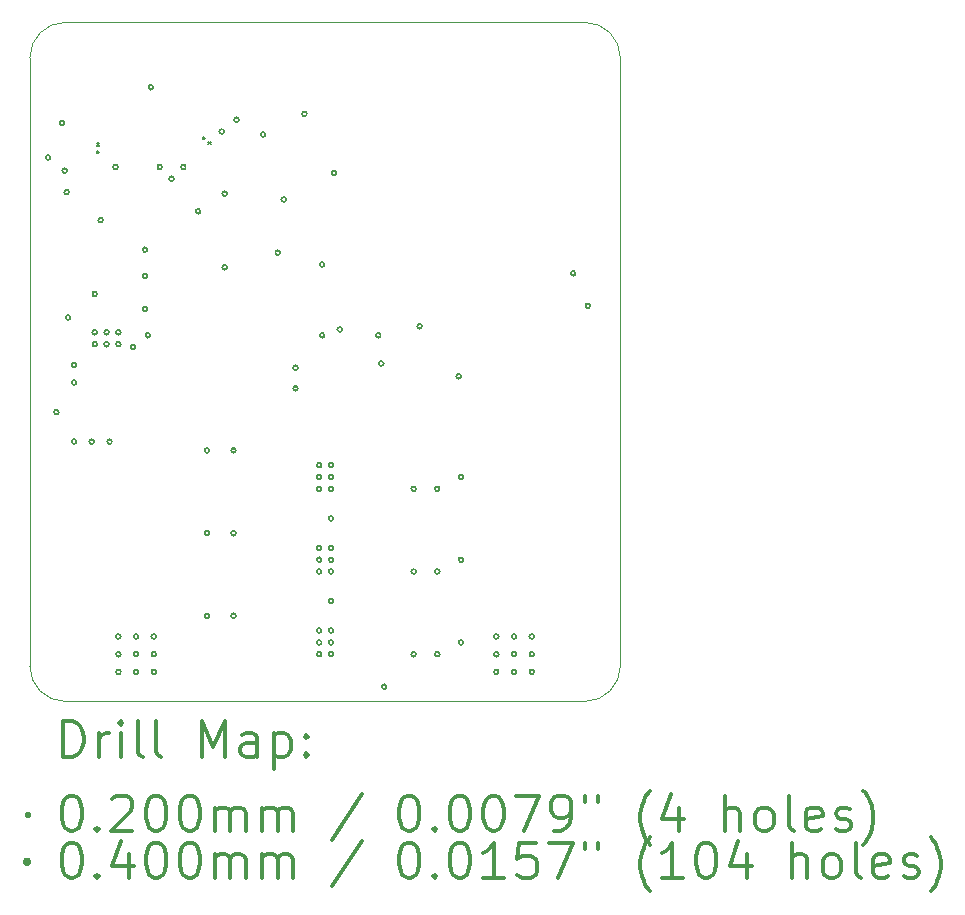
<source format=gbr>
%FSLAX45Y45*%
G04 Gerber Fmt 4.5, Leading zero omitted, Abs format (unit mm)*
G04 Created by KiCad (PCBNEW (5.1.10)-1) date 2021-12-14 19:18:38*
%MOMM*%
%LPD*%
G01*
G04 APERTURE LIST*
%TA.AperFunction,Profile*%
%ADD10C,0.050000*%
%TD*%
%ADD11C,0.200000*%
%ADD12C,0.300000*%
G04 APERTURE END LIST*
D10*
X12750000Y-6700000D02*
X17150000Y-6700000D01*
X12450000Y-12150000D02*
X12450000Y-7000000D01*
X17150000Y-12450000D02*
X12750000Y-12450000D01*
X17450000Y-7000000D02*
X17450000Y-12150000D01*
X12750000Y-12450000D02*
G75*
G02*
X12450000Y-12150000I0J300000D01*
G01*
X17450000Y-12150000D02*
G75*
G02*
X17150000Y-12450000I-300000J0D01*
G01*
X17150000Y-6700000D02*
G75*
G02*
X17450000Y-7000000I0J-300000D01*
G01*
X12450000Y-7000000D02*
G75*
G02*
X12750000Y-6700000I300000J0D01*
G01*
D11*
X13015000Y-7725000D02*
X13035000Y-7745000D01*
X13035000Y-7725000D02*
X13015000Y-7745000D01*
X13015000Y-7790000D02*
X13035000Y-7810000D01*
X13035000Y-7790000D02*
X13015000Y-7810000D01*
X13917019Y-7667019D02*
X13937019Y-7687019D01*
X13937019Y-7667019D02*
X13917019Y-7687019D01*
X13962981Y-7712981D02*
X13982981Y-7732981D01*
X13982981Y-7712981D02*
X13962981Y-7732981D01*
X12625000Y-7845000D02*
G75*
G03*
X12625000Y-7845000I-20000J0D01*
G01*
X12695000Y-10000000D02*
G75*
G03*
X12695000Y-10000000I-20000J0D01*
G01*
X12743750Y-7551250D02*
G75*
G03*
X12743750Y-7551250I-20000J0D01*
G01*
X12765000Y-7955000D02*
G75*
G03*
X12765000Y-7955000I-20000J0D01*
G01*
X12782500Y-8137500D02*
G75*
G03*
X12782500Y-8137500I-20000J0D01*
G01*
X12795000Y-9200000D02*
G75*
G03*
X12795000Y-9200000I-20000J0D01*
G01*
X12845000Y-9600000D02*
G75*
G03*
X12845000Y-9600000I-20000J0D01*
G01*
X12845000Y-9750000D02*
G75*
G03*
X12845000Y-9750000I-20000J0D01*
G01*
X12845000Y-10250000D02*
G75*
G03*
X12845000Y-10250000I-20000J0D01*
G01*
X12995000Y-10250000D02*
G75*
G03*
X12995000Y-10250000I-20000J0D01*
G01*
X13020000Y-9000000D02*
G75*
G03*
X13020000Y-9000000I-20000J0D01*
G01*
X13020000Y-9325000D02*
G75*
G03*
X13020000Y-9325000I-20000J0D01*
G01*
X13020000Y-9425000D02*
G75*
G03*
X13020000Y-9425000I-20000J0D01*
G01*
X13070000Y-8375000D02*
G75*
G03*
X13070000Y-8375000I-20000J0D01*
G01*
X13120000Y-9325000D02*
G75*
G03*
X13120000Y-9325000I-20000J0D01*
G01*
X13120000Y-9425000D02*
G75*
G03*
X13120000Y-9425000I-20000J0D01*
G01*
X13145000Y-10250000D02*
G75*
G03*
X13145000Y-10250000I-20000J0D01*
G01*
X13195000Y-7925000D02*
G75*
G03*
X13195000Y-7925000I-20000J0D01*
G01*
X13220000Y-9325000D02*
G75*
G03*
X13220000Y-9325000I-20000J0D01*
G01*
X13220000Y-9425000D02*
G75*
G03*
X13220000Y-9425000I-20000J0D01*
G01*
X13220000Y-11900000D02*
G75*
G03*
X13220000Y-11900000I-20000J0D01*
G01*
X13220000Y-12050000D02*
G75*
G03*
X13220000Y-12050000I-20000J0D01*
G01*
X13220000Y-12200000D02*
G75*
G03*
X13220000Y-12200000I-20000J0D01*
G01*
X13345100Y-9450000D02*
G75*
G03*
X13345100Y-9450000I-20000J0D01*
G01*
X13370000Y-11900000D02*
G75*
G03*
X13370000Y-11900000I-20000J0D01*
G01*
X13370000Y-12050000D02*
G75*
G03*
X13370000Y-12050000I-20000J0D01*
G01*
X13370000Y-12200000D02*
G75*
G03*
X13370000Y-12200000I-20000J0D01*
G01*
X13445000Y-8625000D02*
G75*
G03*
X13445000Y-8625000I-20000J0D01*
G01*
X13445000Y-8850000D02*
G75*
G03*
X13445000Y-8850000I-20000J0D01*
G01*
X13445000Y-9125000D02*
G75*
G03*
X13445000Y-9125000I-20000J0D01*
G01*
X13470000Y-9350000D02*
G75*
G03*
X13470000Y-9350000I-20000J0D01*
G01*
X13495000Y-7250000D02*
G75*
G03*
X13495000Y-7250000I-20000J0D01*
G01*
X13520000Y-11900000D02*
G75*
G03*
X13520000Y-11900000I-20000J0D01*
G01*
X13520000Y-12050000D02*
G75*
G03*
X13520000Y-12050000I-20000J0D01*
G01*
X13520000Y-12200000D02*
G75*
G03*
X13520000Y-12200000I-20000J0D01*
G01*
X13570000Y-7925000D02*
G75*
G03*
X13570000Y-7925000I-20000J0D01*
G01*
X13670000Y-8025000D02*
G75*
G03*
X13670000Y-8025000I-20000J0D01*
G01*
X13770000Y-7925000D02*
G75*
G03*
X13770000Y-7925000I-20000J0D01*
G01*
X13895000Y-8300000D02*
G75*
G03*
X13895000Y-8300000I-20000J0D01*
G01*
X13970000Y-10325000D02*
G75*
G03*
X13970000Y-10325000I-20000J0D01*
G01*
X13970000Y-11025000D02*
G75*
G03*
X13970000Y-11025000I-20000J0D01*
G01*
X13970000Y-11725000D02*
G75*
G03*
X13970000Y-11725000I-20000J0D01*
G01*
X14095000Y-7625000D02*
G75*
G03*
X14095000Y-7625000I-20000J0D01*
G01*
X14120000Y-8150000D02*
G75*
G03*
X14120000Y-8150000I-20000J0D01*
G01*
X14120000Y-8775000D02*
G75*
G03*
X14120000Y-8775000I-20000J0D01*
G01*
X14195000Y-10325000D02*
G75*
G03*
X14195000Y-10325000I-20000J0D01*
G01*
X14195000Y-11025000D02*
G75*
G03*
X14195000Y-11025000I-20000J0D01*
G01*
X14195000Y-11725000D02*
G75*
G03*
X14195000Y-11725000I-20000J0D01*
G01*
X14220000Y-7525000D02*
G75*
G03*
X14220000Y-7525000I-20000J0D01*
G01*
X14445000Y-7650000D02*
G75*
G03*
X14445000Y-7650000I-20000J0D01*
G01*
X14570000Y-8650000D02*
G75*
G03*
X14570000Y-8650000I-20000J0D01*
G01*
X14620000Y-8200000D02*
G75*
G03*
X14620000Y-8200000I-20000J0D01*
G01*
X14720000Y-9625000D02*
G75*
G03*
X14720000Y-9625000I-20000J0D01*
G01*
X14720000Y-9800000D02*
G75*
G03*
X14720000Y-9800000I-20000J0D01*
G01*
X14795000Y-7475000D02*
G75*
G03*
X14795000Y-7475000I-20000J0D01*
G01*
X14920000Y-10450000D02*
G75*
G03*
X14920000Y-10450000I-20000J0D01*
G01*
X14920000Y-10550000D02*
G75*
G03*
X14920000Y-10550000I-20000J0D01*
G01*
X14920000Y-10650000D02*
G75*
G03*
X14920000Y-10650000I-20000J0D01*
G01*
X14920000Y-11150000D02*
G75*
G03*
X14920000Y-11150000I-20000J0D01*
G01*
X14920000Y-11250000D02*
G75*
G03*
X14920000Y-11250000I-20000J0D01*
G01*
X14920000Y-11350000D02*
G75*
G03*
X14920000Y-11350000I-20000J0D01*
G01*
X14920000Y-11850000D02*
G75*
G03*
X14920000Y-11850000I-20000J0D01*
G01*
X14920000Y-11950000D02*
G75*
G03*
X14920000Y-11950000I-20000J0D01*
G01*
X14920000Y-12050000D02*
G75*
G03*
X14920000Y-12050000I-20000J0D01*
G01*
X14945000Y-8750000D02*
G75*
G03*
X14945000Y-8750000I-20000J0D01*
G01*
X14945000Y-9350000D02*
G75*
G03*
X14945000Y-9350000I-20000J0D01*
G01*
X15020000Y-10450000D02*
G75*
G03*
X15020000Y-10450000I-20000J0D01*
G01*
X15020000Y-10550000D02*
G75*
G03*
X15020000Y-10550000I-20000J0D01*
G01*
X15020000Y-10650000D02*
G75*
G03*
X15020000Y-10650000I-20000J0D01*
G01*
X15020000Y-10900000D02*
G75*
G03*
X15020000Y-10900000I-20000J0D01*
G01*
X15020000Y-11150000D02*
G75*
G03*
X15020000Y-11150000I-20000J0D01*
G01*
X15020000Y-11250000D02*
G75*
G03*
X15020000Y-11250000I-20000J0D01*
G01*
X15020000Y-11350000D02*
G75*
G03*
X15020000Y-11350000I-20000J0D01*
G01*
X15020000Y-11600000D02*
G75*
G03*
X15020000Y-11600000I-20000J0D01*
G01*
X15020000Y-11850000D02*
G75*
G03*
X15020000Y-11850000I-20000J0D01*
G01*
X15020000Y-11950000D02*
G75*
G03*
X15020000Y-11950000I-20000J0D01*
G01*
X15020000Y-12050000D02*
G75*
G03*
X15020000Y-12050000I-20000J0D01*
G01*
X15045000Y-7975000D02*
G75*
G03*
X15045000Y-7975000I-20000J0D01*
G01*
X15095000Y-9300000D02*
G75*
G03*
X15095000Y-9300000I-20000J0D01*
G01*
X15420000Y-9350000D02*
G75*
G03*
X15420000Y-9350000I-20000J0D01*
G01*
X15445000Y-9588681D02*
G75*
G03*
X15445000Y-9588681I-20000J0D01*
G01*
X15470000Y-12325000D02*
G75*
G03*
X15470000Y-12325000I-20000J0D01*
G01*
X15720000Y-10650000D02*
G75*
G03*
X15720000Y-10650000I-20000J0D01*
G01*
X15720000Y-11350000D02*
G75*
G03*
X15720000Y-11350000I-20000J0D01*
G01*
X15720000Y-12050000D02*
G75*
G03*
X15720000Y-12050000I-20000J0D01*
G01*
X15770000Y-9275000D02*
G75*
G03*
X15770000Y-9275000I-20000J0D01*
G01*
X15920000Y-10650000D02*
G75*
G03*
X15920000Y-10650000I-20000J0D01*
G01*
X15920000Y-11350000D02*
G75*
G03*
X15920000Y-11350000I-20000J0D01*
G01*
X15920000Y-12050000D02*
G75*
G03*
X15920000Y-12050000I-20000J0D01*
G01*
X16100787Y-9698182D02*
G75*
G03*
X16100787Y-9698182I-20000J0D01*
G01*
X16120000Y-10550000D02*
G75*
G03*
X16120000Y-10550000I-20000J0D01*
G01*
X16120000Y-11250000D02*
G75*
G03*
X16120000Y-11250000I-20000J0D01*
G01*
X16120000Y-11950000D02*
G75*
G03*
X16120000Y-11950000I-20000J0D01*
G01*
X16420000Y-11900000D02*
G75*
G03*
X16420000Y-11900000I-20000J0D01*
G01*
X16420000Y-12050000D02*
G75*
G03*
X16420000Y-12050000I-20000J0D01*
G01*
X16420000Y-12200000D02*
G75*
G03*
X16420000Y-12200000I-20000J0D01*
G01*
X16570000Y-11900000D02*
G75*
G03*
X16570000Y-11900000I-20000J0D01*
G01*
X16570000Y-12050000D02*
G75*
G03*
X16570000Y-12050000I-20000J0D01*
G01*
X16570000Y-12200000D02*
G75*
G03*
X16570000Y-12200000I-20000J0D01*
G01*
X16720000Y-11900000D02*
G75*
G03*
X16720000Y-11900000I-20000J0D01*
G01*
X16720000Y-12050000D02*
G75*
G03*
X16720000Y-12050000I-20000J0D01*
G01*
X16720000Y-12200000D02*
G75*
G03*
X16720000Y-12200000I-20000J0D01*
G01*
X17070000Y-8825000D02*
G75*
G03*
X17070000Y-8825000I-20000J0D01*
G01*
X17195000Y-9100000D02*
G75*
G03*
X17195000Y-9100000I-20000J0D01*
G01*
D12*
X12733928Y-12918214D02*
X12733928Y-12618214D01*
X12805357Y-12618214D01*
X12848214Y-12632500D01*
X12876786Y-12661071D01*
X12891071Y-12689643D01*
X12905357Y-12746786D01*
X12905357Y-12789643D01*
X12891071Y-12846786D01*
X12876786Y-12875357D01*
X12848214Y-12903929D01*
X12805357Y-12918214D01*
X12733928Y-12918214D01*
X13033928Y-12918214D02*
X13033928Y-12718214D01*
X13033928Y-12775357D02*
X13048214Y-12746786D01*
X13062500Y-12732500D01*
X13091071Y-12718214D01*
X13119643Y-12718214D01*
X13219643Y-12918214D02*
X13219643Y-12718214D01*
X13219643Y-12618214D02*
X13205357Y-12632500D01*
X13219643Y-12646786D01*
X13233928Y-12632500D01*
X13219643Y-12618214D01*
X13219643Y-12646786D01*
X13405357Y-12918214D02*
X13376786Y-12903929D01*
X13362500Y-12875357D01*
X13362500Y-12618214D01*
X13562500Y-12918214D02*
X13533928Y-12903929D01*
X13519643Y-12875357D01*
X13519643Y-12618214D01*
X13905357Y-12918214D02*
X13905357Y-12618214D01*
X14005357Y-12832500D01*
X14105357Y-12618214D01*
X14105357Y-12918214D01*
X14376786Y-12918214D02*
X14376786Y-12761071D01*
X14362500Y-12732500D01*
X14333928Y-12718214D01*
X14276786Y-12718214D01*
X14248214Y-12732500D01*
X14376786Y-12903929D02*
X14348214Y-12918214D01*
X14276786Y-12918214D01*
X14248214Y-12903929D01*
X14233928Y-12875357D01*
X14233928Y-12846786D01*
X14248214Y-12818214D01*
X14276786Y-12803929D01*
X14348214Y-12803929D01*
X14376786Y-12789643D01*
X14519643Y-12718214D02*
X14519643Y-13018214D01*
X14519643Y-12732500D02*
X14548214Y-12718214D01*
X14605357Y-12718214D01*
X14633928Y-12732500D01*
X14648214Y-12746786D01*
X14662500Y-12775357D01*
X14662500Y-12861071D01*
X14648214Y-12889643D01*
X14633928Y-12903929D01*
X14605357Y-12918214D01*
X14548214Y-12918214D01*
X14519643Y-12903929D01*
X14791071Y-12889643D02*
X14805357Y-12903929D01*
X14791071Y-12918214D01*
X14776786Y-12903929D01*
X14791071Y-12889643D01*
X14791071Y-12918214D01*
X14791071Y-12732500D02*
X14805357Y-12746786D01*
X14791071Y-12761071D01*
X14776786Y-12746786D01*
X14791071Y-12732500D01*
X14791071Y-12761071D01*
X12427500Y-13402500D02*
X12447500Y-13422500D01*
X12447500Y-13402500D02*
X12427500Y-13422500D01*
X12791071Y-13248214D02*
X12819643Y-13248214D01*
X12848214Y-13262500D01*
X12862500Y-13276786D01*
X12876786Y-13305357D01*
X12891071Y-13362500D01*
X12891071Y-13433929D01*
X12876786Y-13491071D01*
X12862500Y-13519643D01*
X12848214Y-13533929D01*
X12819643Y-13548214D01*
X12791071Y-13548214D01*
X12762500Y-13533929D01*
X12748214Y-13519643D01*
X12733928Y-13491071D01*
X12719643Y-13433929D01*
X12719643Y-13362500D01*
X12733928Y-13305357D01*
X12748214Y-13276786D01*
X12762500Y-13262500D01*
X12791071Y-13248214D01*
X13019643Y-13519643D02*
X13033928Y-13533929D01*
X13019643Y-13548214D01*
X13005357Y-13533929D01*
X13019643Y-13519643D01*
X13019643Y-13548214D01*
X13148214Y-13276786D02*
X13162500Y-13262500D01*
X13191071Y-13248214D01*
X13262500Y-13248214D01*
X13291071Y-13262500D01*
X13305357Y-13276786D01*
X13319643Y-13305357D01*
X13319643Y-13333929D01*
X13305357Y-13376786D01*
X13133928Y-13548214D01*
X13319643Y-13548214D01*
X13505357Y-13248214D02*
X13533928Y-13248214D01*
X13562500Y-13262500D01*
X13576786Y-13276786D01*
X13591071Y-13305357D01*
X13605357Y-13362500D01*
X13605357Y-13433929D01*
X13591071Y-13491071D01*
X13576786Y-13519643D01*
X13562500Y-13533929D01*
X13533928Y-13548214D01*
X13505357Y-13548214D01*
X13476786Y-13533929D01*
X13462500Y-13519643D01*
X13448214Y-13491071D01*
X13433928Y-13433929D01*
X13433928Y-13362500D01*
X13448214Y-13305357D01*
X13462500Y-13276786D01*
X13476786Y-13262500D01*
X13505357Y-13248214D01*
X13791071Y-13248214D02*
X13819643Y-13248214D01*
X13848214Y-13262500D01*
X13862500Y-13276786D01*
X13876786Y-13305357D01*
X13891071Y-13362500D01*
X13891071Y-13433929D01*
X13876786Y-13491071D01*
X13862500Y-13519643D01*
X13848214Y-13533929D01*
X13819643Y-13548214D01*
X13791071Y-13548214D01*
X13762500Y-13533929D01*
X13748214Y-13519643D01*
X13733928Y-13491071D01*
X13719643Y-13433929D01*
X13719643Y-13362500D01*
X13733928Y-13305357D01*
X13748214Y-13276786D01*
X13762500Y-13262500D01*
X13791071Y-13248214D01*
X14019643Y-13548214D02*
X14019643Y-13348214D01*
X14019643Y-13376786D02*
X14033928Y-13362500D01*
X14062500Y-13348214D01*
X14105357Y-13348214D01*
X14133928Y-13362500D01*
X14148214Y-13391071D01*
X14148214Y-13548214D01*
X14148214Y-13391071D02*
X14162500Y-13362500D01*
X14191071Y-13348214D01*
X14233928Y-13348214D01*
X14262500Y-13362500D01*
X14276786Y-13391071D01*
X14276786Y-13548214D01*
X14419643Y-13548214D02*
X14419643Y-13348214D01*
X14419643Y-13376786D02*
X14433928Y-13362500D01*
X14462500Y-13348214D01*
X14505357Y-13348214D01*
X14533928Y-13362500D01*
X14548214Y-13391071D01*
X14548214Y-13548214D01*
X14548214Y-13391071D02*
X14562500Y-13362500D01*
X14591071Y-13348214D01*
X14633928Y-13348214D01*
X14662500Y-13362500D01*
X14676786Y-13391071D01*
X14676786Y-13548214D01*
X15262500Y-13233929D02*
X15005357Y-13619643D01*
X15648214Y-13248214D02*
X15676786Y-13248214D01*
X15705357Y-13262500D01*
X15719643Y-13276786D01*
X15733928Y-13305357D01*
X15748214Y-13362500D01*
X15748214Y-13433929D01*
X15733928Y-13491071D01*
X15719643Y-13519643D01*
X15705357Y-13533929D01*
X15676786Y-13548214D01*
X15648214Y-13548214D01*
X15619643Y-13533929D01*
X15605357Y-13519643D01*
X15591071Y-13491071D01*
X15576786Y-13433929D01*
X15576786Y-13362500D01*
X15591071Y-13305357D01*
X15605357Y-13276786D01*
X15619643Y-13262500D01*
X15648214Y-13248214D01*
X15876786Y-13519643D02*
X15891071Y-13533929D01*
X15876786Y-13548214D01*
X15862500Y-13533929D01*
X15876786Y-13519643D01*
X15876786Y-13548214D01*
X16076786Y-13248214D02*
X16105357Y-13248214D01*
X16133928Y-13262500D01*
X16148214Y-13276786D01*
X16162500Y-13305357D01*
X16176786Y-13362500D01*
X16176786Y-13433929D01*
X16162500Y-13491071D01*
X16148214Y-13519643D01*
X16133928Y-13533929D01*
X16105357Y-13548214D01*
X16076786Y-13548214D01*
X16048214Y-13533929D01*
X16033928Y-13519643D01*
X16019643Y-13491071D01*
X16005357Y-13433929D01*
X16005357Y-13362500D01*
X16019643Y-13305357D01*
X16033928Y-13276786D01*
X16048214Y-13262500D01*
X16076786Y-13248214D01*
X16362500Y-13248214D02*
X16391071Y-13248214D01*
X16419643Y-13262500D01*
X16433928Y-13276786D01*
X16448214Y-13305357D01*
X16462500Y-13362500D01*
X16462500Y-13433929D01*
X16448214Y-13491071D01*
X16433928Y-13519643D01*
X16419643Y-13533929D01*
X16391071Y-13548214D01*
X16362500Y-13548214D01*
X16333928Y-13533929D01*
X16319643Y-13519643D01*
X16305357Y-13491071D01*
X16291071Y-13433929D01*
X16291071Y-13362500D01*
X16305357Y-13305357D01*
X16319643Y-13276786D01*
X16333928Y-13262500D01*
X16362500Y-13248214D01*
X16562500Y-13248214D02*
X16762500Y-13248214D01*
X16633928Y-13548214D01*
X16891071Y-13548214D02*
X16948214Y-13548214D01*
X16976786Y-13533929D01*
X16991071Y-13519643D01*
X17019643Y-13476786D01*
X17033928Y-13419643D01*
X17033928Y-13305357D01*
X17019643Y-13276786D01*
X17005357Y-13262500D01*
X16976786Y-13248214D01*
X16919643Y-13248214D01*
X16891071Y-13262500D01*
X16876786Y-13276786D01*
X16862500Y-13305357D01*
X16862500Y-13376786D01*
X16876786Y-13405357D01*
X16891071Y-13419643D01*
X16919643Y-13433929D01*
X16976786Y-13433929D01*
X17005357Y-13419643D01*
X17019643Y-13405357D01*
X17033928Y-13376786D01*
X17148214Y-13248214D02*
X17148214Y-13305357D01*
X17262500Y-13248214D02*
X17262500Y-13305357D01*
X17705357Y-13662500D02*
X17691071Y-13648214D01*
X17662500Y-13605357D01*
X17648214Y-13576786D01*
X17633928Y-13533929D01*
X17619643Y-13462500D01*
X17619643Y-13405357D01*
X17633928Y-13333929D01*
X17648214Y-13291071D01*
X17662500Y-13262500D01*
X17691071Y-13219643D01*
X17705357Y-13205357D01*
X17948214Y-13348214D02*
X17948214Y-13548214D01*
X17876786Y-13233929D02*
X17805357Y-13448214D01*
X17991071Y-13448214D01*
X18333928Y-13548214D02*
X18333928Y-13248214D01*
X18462500Y-13548214D02*
X18462500Y-13391071D01*
X18448214Y-13362500D01*
X18419643Y-13348214D01*
X18376786Y-13348214D01*
X18348214Y-13362500D01*
X18333928Y-13376786D01*
X18648214Y-13548214D02*
X18619643Y-13533929D01*
X18605357Y-13519643D01*
X18591071Y-13491071D01*
X18591071Y-13405357D01*
X18605357Y-13376786D01*
X18619643Y-13362500D01*
X18648214Y-13348214D01*
X18691071Y-13348214D01*
X18719643Y-13362500D01*
X18733928Y-13376786D01*
X18748214Y-13405357D01*
X18748214Y-13491071D01*
X18733928Y-13519643D01*
X18719643Y-13533929D01*
X18691071Y-13548214D01*
X18648214Y-13548214D01*
X18919643Y-13548214D02*
X18891071Y-13533929D01*
X18876786Y-13505357D01*
X18876786Y-13248214D01*
X19148214Y-13533929D02*
X19119643Y-13548214D01*
X19062500Y-13548214D01*
X19033928Y-13533929D01*
X19019643Y-13505357D01*
X19019643Y-13391071D01*
X19033928Y-13362500D01*
X19062500Y-13348214D01*
X19119643Y-13348214D01*
X19148214Y-13362500D01*
X19162500Y-13391071D01*
X19162500Y-13419643D01*
X19019643Y-13448214D01*
X19276786Y-13533929D02*
X19305357Y-13548214D01*
X19362500Y-13548214D01*
X19391071Y-13533929D01*
X19405357Y-13505357D01*
X19405357Y-13491071D01*
X19391071Y-13462500D01*
X19362500Y-13448214D01*
X19319643Y-13448214D01*
X19291071Y-13433929D01*
X19276786Y-13405357D01*
X19276786Y-13391071D01*
X19291071Y-13362500D01*
X19319643Y-13348214D01*
X19362500Y-13348214D01*
X19391071Y-13362500D01*
X19505357Y-13662500D02*
X19519643Y-13648214D01*
X19548214Y-13605357D01*
X19562500Y-13576786D01*
X19576786Y-13533929D01*
X19591071Y-13462500D01*
X19591071Y-13405357D01*
X19576786Y-13333929D01*
X19562500Y-13291071D01*
X19548214Y-13262500D01*
X19519643Y-13219643D01*
X19505357Y-13205357D01*
X12447500Y-13808500D02*
G75*
G03*
X12447500Y-13808500I-20000J0D01*
G01*
X12791071Y-13644214D02*
X12819643Y-13644214D01*
X12848214Y-13658500D01*
X12862500Y-13672786D01*
X12876786Y-13701357D01*
X12891071Y-13758500D01*
X12891071Y-13829929D01*
X12876786Y-13887071D01*
X12862500Y-13915643D01*
X12848214Y-13929929D01*
X12819643Y-13944214D01*
X12791071Y-13944214D01*
X12762500Y-13929929D01*
X12748214Y-13915643D01*
X12733928Y-13887071D01*
X12719643Y-13829929D01*
X12719643Y-13758500D01*
X12733928Y-13701357D01*
X12748214Y-13672786D01*
X12762500Y-13658500D01*
X12791071Y-13644214D01*
X13019643Y-13915643D02*
X13033928Y-13929929D01*
X13019643Y-13944214D01*
X13005357Y-13929929D01*
X13019643Y-13915643D01*
X13019643Y-13944214D01*
X13291071Y-13744214D02*
X13291071Y-13944214D01*
X13219643Y-13629929D02*
X13148214Y-13844214D01*
X13333928Y-13844214D01*
X13505357Y-13644214D02*
X13533928Y-13644214D01*
X13562500Y-13658500D01*
X13576786Y-13672786D01*
X13591071Y-13701357D01*
X13605357Y-13758500D01*
X13605357Y-13829929D01*
X13591071Y-13887071D01*
X13576786Y-13915643D01*
X13562500Y-13929929D01*
X13533928Y-13944214D01*
X13505357Y-13944214D01*
X13476786Y-13929929D01*
X13462500Y-13915643D01*
X13448214Y-13887071D01*
X13433928Y-13829929D01*
X13433928Y-13758500D01*
X13448214Y-13701357D01*
X13462500Y-13672786D01*
X13476786Y-13658500D01*
X13505357Y-13644214D01*
X13791071Y-13644214D02*
X13819643Y-13644214D01*
X13848214Y-13658500D01*
X13862500Y-13672786D01*
X13876786Y-13701357D01*
X13891071Y-13758500D01*
X13891071Y-13829929D01*
X13876786Y-13887071D01*
X13862500Y-13915643D01*
X13848214Y-13929929D01*
X13819643Y-13944214D01*
X13791071Y-13944214D01*
X13762500Y-13929929D01*
X13748214Y-13915643D01*
X13733928Y-13887071D01*
X13719643Y-13829929D01*
X13719643Y-13758500D01*
X13733928Y-13701357D01*
X13748214Y-13672786D01*
X13762500Y-13658500D01*
X13791071Y-13644214D01*
X14019643Y-13944214D02*
X14019643Y-13744214D01*
X14019643Y-13772786D02*
X14033928Y-13758500D01*
X14062500Y-13744214D01*
X14105357Y-13744214D01*
X14133928Y-13758500D01*
X14148214Y-13787071D01*
X14148214Y-13944214D01*
X14148214Y-13787071D02*
X14162500Y-13758500D01*
X14191071Y-13744214D01*
X14233928Y-13744214D01*
X14262500Y-13758500D01*
X14276786Y-13787071D01*
X14276786Y-13944214D01*
X14419643Y-13944214D02*
X14419643Y-13744214D01*
X14419643Y-13772786D02*
X14433928Y-13758500D01*
X14462500Y-13744214D01*
X14505357Y-13744214D01*
X14533928Y-13758500D01*
X14548214Y-13787071D01*
X14548214Y-13944214D01*
X14548214Y-13787071D02*
X14562500Y-13758500D01*
X14591071Y-13744214D01*
X14633928Y-13744214D01*
X14662500Y-13758500D01*
X14676786Y-13787071D01*
X14676786Y-13944214D01*
X15262500Y-13629929D02*
X15005357Y-14015643D01*
X15648214Y-13644214D02*
X15676786Y-13644214D01*
X15705357Y-13658500D01*
X15719643Y-13672786D01*
X15733928Y-13701357D01*
X15748214Y-13758500D01*
X15748214Y-13829929D01*
X15733928Y-13887071D01*
X15719643Y-13915643D01*
X15705357Y-13929929D01*
X15676786Y-13944214D01*
X15648214Y-13944214D01*
X15619643Y-13929929D01*
X15605357Y-13915643D01*
X15591071Y-13887071D01*
X15576786Y-13829929D01*
X15576786Y-13758500D01*
X15591071Y-13701357D01*
X15605357Y-13672786D01*
X15619643Y-13658500D01*
X15648214Y-13644214D01*
X15876786Y-13915643D02*
X15891071Y-13929929D01*
X15876786Y-13944214D01*
X15862500Y-13929929D01*
X15876786Y-13915643D01*
X15876786Y-13944214D01*
X16076786Y-13644214D02*
X16105357Y-13644214D01*
X16133928Y-13658500D01*
X16148214Y-13672786D01*
X16162500Y-13701357D01*
X16176786Y-13758500D01*
X16176786Y-13829929D01*
X16162500Y-13887071D01*
X16148214Y-13915643D01*
X16133928Y-13929929D01*
X16105357Y-13944214D01*
X16076786Y-13944214D01*
X16048214Y-13929929D01*
X16033928Y-13915643D01*
X16019643Y-13887071D01*
X16005357Y-13829929D01*
X16005357Y-13758500D01*
X16019643Y-13701357D01*
X16033928Y-13672786D01*
X16048214Y-13658500D01*
X16076786Y-13644214D01*
X16462500Y-13944214D02*
X16291071Y-13944214D01*
X16376786Y-13944214D02*
X16376786Y-13644214D01*
X16348214Y-13687071D01*
X16319643Y-13715643D01*
X16291071Y-13729929D01*
X16733928Y-13644214D02*
X16591071Y-13644214D01*
X16576786Y-13787071D01*
X16591071Y-13772786D01*
X16619643Y-13758500D01*
X16691071Y-13758500D01*
X16719643Y-13772786D01*
X16733928Y-13787071D01*
X16748214Y-13815643D01*
X16748214Y-13887071D01*
X16733928Y-13915643D01*
X16719643Y-13929929D01*
X16691071Y-13944214D01*
X16619643Y-13944214D01*
X16591071Y-13929929D01*
X16576786Y-13915643D01*
X16848214Y-13644214D02*
X17048214Y-13644214D01*
X16919643Y-13944214D01*
X17148214Y-13644214D02*
X17148214Y-13701357D01*
X17262500Y-13644214D02*
X17262500Y-13701357D01*
X17705357Y-14058500D02*
X17691071Y-14044214D01*
X17662500Y-14001357D01*
X17648214Y-13972786D01*
X17633928Y-13929929D01*
X17619643Y-13858500D01*
X17619643Y-13801357D01*
X17633928Y-13729929D01*
X17648214Y-13687071D01*
X17662500Y-13658500D01*
X17691071Y-13615643D01*
X17705357Y-13601357D01*
X17976786Y-13944214D02*
X17805357Y-13944214D01*
X17891071Y-13944214D02*
X17891071Y-13644214D01*
X17862500Y-13687071D01*
X17833928Y-13715643D01*
X17805357Y-13729929D01*
X18162500Y-13644214D02*
X18191071Y-13644214D01*
X18219643Y-13658500D01*
X18233928Y-13672786D01*
X18248214Y-13701357D01*
X18262500Y-13758500D01*
X18262500Y-13829929D01*
X18248214Y-13887071D01*
X18233928Y-13915643D01*
X18219643Y-13929929D01*
X18191071Y-13944214D01*
X18162500Y-13944214D01*
X18133928Y-13929929D01*
X18119643Y-13915643D01*
X18105357Y-13887071D01*
X18091071Y-13829929D01*
X18091071Y-13758500D01*
X18105357Y-13701357D01*
X18119643Y-13672786D01*
X18133928Y-13658500D01*
X18162500Y-13644214D01*
X18519643Y-13744214D02*
X18519643Y-13944214D01*
X18448214Y-13629929D02*
X18376786Y-13844214D01*
X18562500Y-13844214D01*
X18905357Y-13944214D02*
X18905357Y-13644214D01*
X19033928Y-13944214D02*
X19033928Y-13787071D01*
X19019643Y-13758500D01*
X18991071Y-13744214D01*
X18948214Y-13744214D01*
X18919643Y-13758500D01*
X18905357Y-13772786D01*
X19219643Y-13944214D02*
X19191071Y-13929929D01*
X19176786Y-13915643D01*
X19162500Y-13887071D01*
X19162500Y-13801357D01*
X19176786Y-13772786D01*
X19191071Y-13758500D01*
X19219643Y-13744214D01*
X19262500Y-13744214D01*
X19291071Y-13758500D01*
X19305357Y-13772786D01*
X19319643Y-13801357D01*
X19319643Y-13887071D01*
X19305357Y-13915643D01*
X19291071Y-13929929D01*
X19262500Y-13944214D01*
X19219643Y-13944214D01*
X19491071Y-13944214D02*
X19462500Y-13929929D01*
X19448214Y-13901357D01*
X19448214Y-13644214D01*
X19719643Y-13929929D02*
X19691071Y-13944214D01*
X19633928Y-13944214D01*
X19605357Y-13929929D01*
X19591071Y-13901357D01*
X19591071Y-13787071D01*
X19605357Y-13758500D01*
X19633928Y-13744214D01*
X19691071Y-13744214D01*
X19719643Y-13758500D01*
X19733928Y-13787071D01*
X19733928Y-13815643D01*
X19591071Y-13844214D01*
X19848214Y-13929929D02*
X19876786Y-13944214D01*
X19933928Y-13944214D01*
X19962500Y-13929929D01*
X19976786Y-13901357D01*
X19976786Y-13887071D01*
X19962500Y-13858500D01*
X19933928Y-13844214D01*
X19891071Y-13844214D01*
X19862500Y-13829929D01*
X19848214Y-13801357D01*
X19848214Y-13787071D01*
X19862500Y-13758500D01*
X19891071Y-13744214D01*
X19933928Y-13744214D01*
X19962500Y-13758500D01*
X20076786Y-14058500D02*
X20091071Y-14044214D01*
X20119643Y-14001357D01*
X20133928Y-13972786D01*
X20148214Y-13929929D01*
X20162500Y-13858500D01*
X20162500Y-13801357D01*
X20148214Y-13729929D01*
X20133928Y-13687071D01*
X20119643Y-13658500D01*
X20091071Y-13615643D01*
X20076786Y-13601357D01*
M02*

</source>
